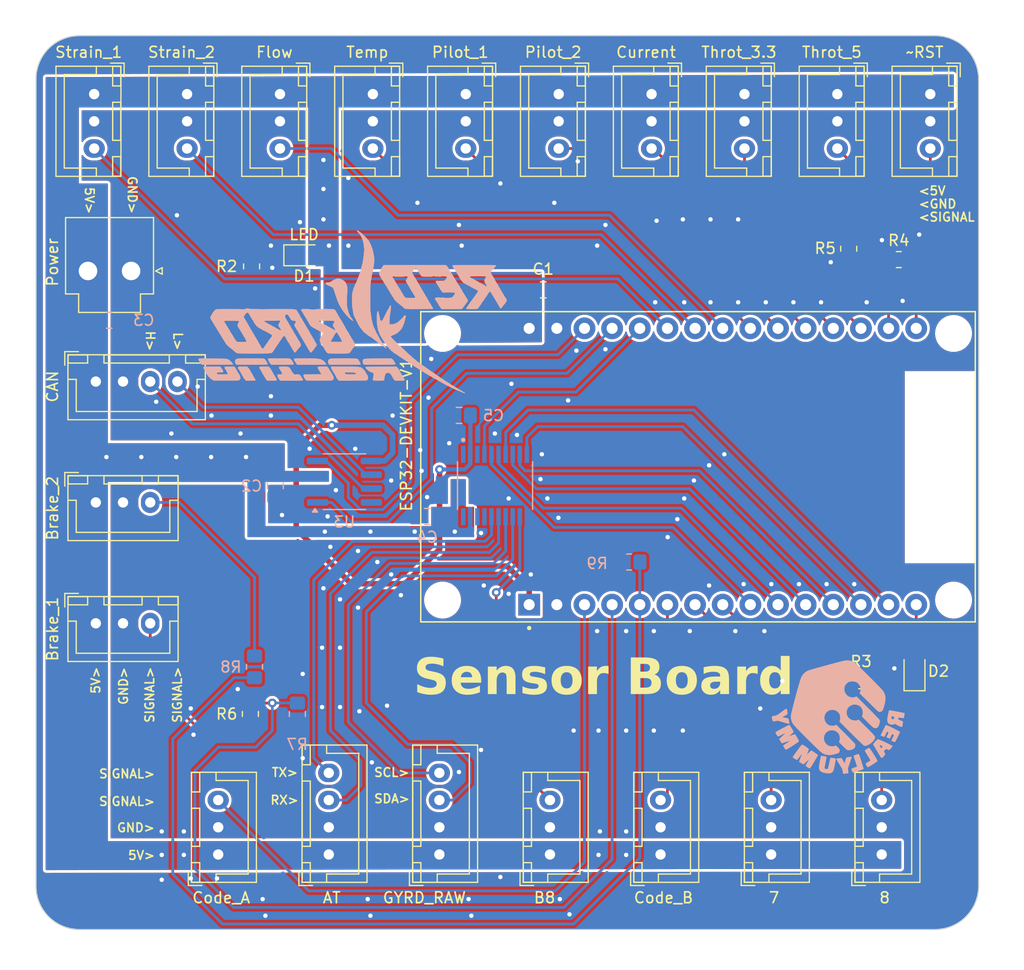
<source format=kicad_pcb>
(kicad_pcb (version 20240108) (generator "pcbnew") (generator_version "8.0")
  (layers (0 "F.Cu" signal) (31 "B.Cu" signal) (34 "B.Paste" user) (35 "F.Paste" user) (36 "B.SilkS" user "B.Silkscreen") (37 "F.SilkS" user "F.Silkscreen") (38 "B.Mask" user) (39 "F.Mask" user) (44 "Edge.Cuts" user))
  (net 0 "")
  (net 1 "GYRO_SDA")
  (net 2 "GYRO_SCL")
  (net 3 "Flow")
  (net 4 "Temp")
  (net 5 "Throttle_5")
  (net 6 "Brake-1")
  (net 7 "Brake-2")
  (net 8 "Throttle_5_S")
  (net 9 "Brake-1-S")
  (net 10 "Net-(D1-K)")
  (net 11 "Net-(D2-K)")
  (net 12 "Strain_2")
  (net 13 "Strain_1")
  (net 14 "Pitot_1")
  (net 15 "GND")
  (net 16 "SCK")
  (net 17 "CANH")
  (net 19 "A8")
  (net 20 "+3.3V")
  (net 21 "OE")
  (net 22 "B8")
  (net 23 "Code A")
  (net 24 "Code B")
  (net 25 "Pitot_2")
  (net 26 "AT_TX")
  (net 27 "AT_RX")
  (net 28 "Throttle_3.3")
  (net 29 "+5V")
  (net 30 "Brake-2-S")
  (net 31 "CANL")
  (net 32 "Status")
  (net 33 "Current")
  (net 34 "~RST")
  (net 35 "TX")
  (net 36 "RX")
  (net 37 "GYRO_SCL_RAW")
  (net 38 "GYRO_SDA_RAW")
  (net 39 "7")
  (net 40 "8")
  (net 41 "CAN_RX")
  (net 42 "CAN_TX")
  (footprint "Connector_JST:JST_XH_B3B-XH-A_1x03_P2.50mm_Vertical" (layer "F.Cu") (at 143.747 133.818 90)
    (property "Reference" "7")
    (property "Value" "Conn_01x03_Pin")
  )
  (footprint "Connector_JST:JST_XH_B3B-XH-A_1x03_P2.50mm_Vertical" (layer "F.Cu") (at 133.587 133.818 90)
    (property "Reference" "Code_B")
    (property "Value" "Conn_01x03_Pin")
  )
  (footprint "Capacitor_SMD:C_0805_2012Metric_Pad1.18x1.45mm_HandSolder" (layer "F.Cu") (at 122.809 81.915)
    (property "Reference" "C1")
    (property "Value" "10uF")
  )
  (footprint "Connector_JST:JST_XH_B3B-XH-A_1x03_P2.50mm_Vertical" (layer "F.Cu") (at 158.369 63.921 -90)
    (property "Reference" "~RST")
    (property "Value" "Conn_01x03_Pin")
  )
  (footprint "Connector_JST:JST_XH_B4B-XH-A_1x04_P2.50mm_Vertical" (layer "F.Cu") (at 81.701 90.3435)
    (property "Reference" "CAN")
    (property "Value" "Conn_01x04_Pin")
  )
  (footprint "Resistor_SMD:R_0805_2012Metric_Pad1.20x1.40mm_HandSolder" (layer "F.Cu") (at 95.902 120.902 90)
    (property "Reference" "R6")
    (property "Value" "R_Small_US" (hide yes))
  )
  (footprint "Connector_JST:JST_XH_B3B-XH-A_1x03_P2.50mm_Vertical" (layer "F.Cu") (at 107.156999 63.921 -90)
    (property "Reference" "Temp")
    (property "Value" "Conn_01x03_Pin")
  )
  (footprint "Connector_JST:JST_XH_B3B-XH-A_1x03_P2.50mm_Vertical" (layer "F.Cu") (at 149.833664 63.921 -90)
    (property "Reference" "Throt_5")
    (property "Value" "Conn_01x03_Pin")
  )
  (footprint "Connector_JST:JST_XH_B3B-XH-A_1x03_P2.50mm_Vertical" (layer "F.Cu") (at 98.621666 63.921 -90)
    (property "Reference" "Flow")
    (property "Value" "Conn_01x03_Pin")
  )
  (footprint "Connector_JST:JST_XH_B3B-XH-A_1x03_P2.50mm_Vertical" (layer "F.Cu") (at 153.907 133.818 90)
    (property "Reference" "8")
    (property "Value" "Conn_01x03_Pin")
  )
  (footprint "Connector_JST:JST_XH_B3B-XH-A_1x03_P2.50mm_Vertical" (layer "F.Cu") (at 124.227665 63.921 -90)
    (property "Reference" "Pilot_2")
    (property "Value" "Conn_01x03_Pin")
  )
  (footprint "Resistor_SMD:R_0805_2012Metric_Pad1.20x1.40mm_HandSolder" (layer "F.Cu") (at 96.012 79.756 90)
    (property "Reference" "R2")
    (property "Value" "1kR" (hide yes))
  )
  (footprint "Connector_JST:JST_XH_B3B-XH-A_1x03_P2.50mm_Vertical" (layer "F.Cu") (at 123.427 133.818 90)
    (property "Reference" "B8")
    (property "Value" "Conn_01x03_Pin")
  )
  (footprint "Connector_JST:JST_XH_B3B-XH-A_1x03_P2.50mm_Vertical" (layer "F.Cu") (at 132.762998 63.921 -90)
    (property "Reference" "Current")
    (property "Value" "Conn_01x03_Pin")
  )
  (footprint "Connector_JST:JST_XH_B3B-XH-A_1x03_P2.50mm_Vertical" (layer "F.Cu") (at 90.086333 63.921 -90)
    (property "Reference" "Strain_2")
    (property "Value" "Conn_01x03_Pin")
  )
  (footprint "Connector_JST:JST_XH_B4B-XH-A_1x04_P2.50mm_Vertical" (layer "F.Cu") (at 113.267 133.818 90)
    (property "Reference" "GYRD_RAW")
    (property "Value" "Conn_01x04_Pin")
  )
  (footprint "LED_SMD:LED_0805_2012Metric_Pad1.15x1.40mm_HandSolder" (layer "F.Cu") (at 156.919 116.905 90)
    (property "Reference" "D2")
    (property "Value" "LED")
  )
  (footprint "Connector_JST:JST_XH_B4B-XH-A_1x04_P2.50mm_Vertical" (layer "F.Cu") (at 103.107 133.818 90)
    (property "Reference" "AT")
    (property "Value" "Conn_01x04_Pin")
  )
  (footprint "ESP32-DEVKIT-V1 (1):MODULE_ESP32_DEVKIT_V1" (layer "F.Cu") (at 137.033 98.1525 90)
    (property "Reference" "U1" (hide yes))
    (property "Value" "ESP32-DEVKIT-V1")
  )
  (footprint "Resistor_SMD:R_0805_2012Metric_Pad1.20x1.40mm_HandSolder" (layer "F.Cu") (at 155.474336 79.131336 180)
    (property "Reference" "R4")
    (property "Value" "R_Small_US")
  )
  (footprint "LED_SMD:LED_0805_2012Metric_Pad1.15x1.40mm_HandSolder" (layer "F.Cu") (at 100.838 78.74)
    (property "Reference" "D1")
    (property "Value" "LED")
  )
  (footprint "Connector_JST:JST_XH_B3B-XH-A_1x03_P2.50mm_Vertical" (layer "F.Cu") (at 81.701 112.5685)
    (property "Reference" "Brake_1")
    (property "Value" "Conn_01x03_Pin")
  )
  (footprint "Connector_JST:JST_XH_B3B-XH-A_1x03_P2.50mm_Vertical" (layer "F.Cu") (at 141.298331 63.921 -90)
    (property "Reference" "Throt_3.3")
    (property "Value" "Conn_01x03_Pin")
  )
  (footprint "Connector_JST:JST_XH_B3B-XH-A_1x03_P2.50mm_Vertical" (layer "F.Cu") (at 81.551 63.921 -90)
    (property "Reference" "Strain_1")
    (property "Value" "Conn_01x03_Pin")
  )
  (footprint "Connector_JST:JST_XH_B3B-XH-A_1x03_P2.50mm_Vertical" (layer "F.Cu") (at 115.692332 63.921 -90)
    (property "Reference" "Pilot_1")
    (property "Value" "Conn_01x03_Pin")
  )
  (footprint "Resistor_SMD:R_0805_2012Metric_Pad1.20x1.40mm_HandSolder" (layer "F.Cu") (at 150.876 78.133336 90)
    (property "Reference" "R5")
    (property "Value" "R_Small_US")
  )
  (footprint "Connector_JST:JST_XH_B3B-XH-A_1x03_P2.50mm_Vertical" (layer "F.Cu") (at 92.947 133.818 90)
    (property "Reference" "Code_A")
    (property "Value" "Conn_01x03_Pin")
  )
  (footprint "Resistor_SMD:R_0805_2012Metric_Pad1.20x1.40mm_HandSolder" (layer "F.Cu") (at 152.031 117.856)
    (property "Reference" "R3")
    (property "Value" "1kR")
  )
  (footprint "Connector_JST:JST_XH_B3B-XH-A_1x03_P2.50mm_Vertical" (layer "F.Cu") (at 81.701 101.456)
    (property "Reference" "Brake_2")
    (property "Value" "Conn_01x03_Pin")
  )
  (footprint "Connector_JST:JST_VH_B2P-VH_1x02_P3.96mm_Vertical" (layer "F.Cu") (at 84.9425 80.179 180)
    (property "Reference" "Power")
    (property "Value" "Conn_01x02_Male")
  )
  (footprint "Capacitor_SMD:C_0805_2012Metric_Pad1.18x1.45mm_HandSolder" (layer "B.Cu") (at 98.188 99.931 -90)
    (property "Reference" "C2")
    (property "Value" "0.1uF")
  )
  (footprint "Resistor_SMD:R_0805_2012Metric_Pad1.20x1.40mm_HandSolder" (layer "B.Cu") (at 96.283 116.568 -90)
    (property "Reference" "R8")
    (property "Value" "R_Small_US")
  )
  (footprint "Capacitor_SMD:C_0805_2012Metric_Pad1.18x1.45mm_HandSolder" (layer "B.Cu") (at 115.079 93.454)
    (property "Reference" "C5")
    (property "Value" "0.1uF")
  )
  (footprint "Package_SO:SOIC-8_3.9x4.9mm_P1.27mm" (layer "B.Cu") (at 104.538 99.55)
    (property "Reference" "U3")
    (property "Value" "TJA1051T-3")
  )
  (footprint "Logos:RBR Logo" (layer "B.Cu") (at 105.026452 83.848229 180)
    (property "Reference" "G***" (hide yes))
    (property "Value" "LOGO" (hide yes))
  )
  (footprint "logo:logo" (layer "B.Cu") (at 149.987 121.285 180)
    (property "Reference" "G***" (hide yes))
    (property "Value" "LOGO" (hide yes))
  )
  (footprint "Resistor_SMD:R_0805_2012Metric_Pad1.20x1.40mm_HandSolder" (layer "B.Cu") (at 100.22 120.902 -90)
    (property "Reference" "R7")
    (property "Value" "R_Small_US" (hide yes))
  )
  (footprint "Resistor_SMD:R_0805_2012Metric_Pad1.20x1.40mm_HandSolder" (layer "B.Cu") (at 130.699 106.934 180)
    (property "Reference" "R9")
    (property "Value" "R_Small_US")
  )
  (footprint "Capacitor_SMD:C_0805_2012Metric_Pad1.18x1.45mm_HandSolder" (layer "B.Cu") (at 112.141 102.743)
    (property "Reference" "C4")
    (property "Value" "0.1uF")
  )
  (footprint "Capacitor_SMD:C_0805_2012Metric_Pad1.18x1.45mm_HandSolder" (layer "B.Cu") (at 82.931 84.709)
    (property "Reference" "C3")
    (property "Value" "0.1uF")
  )
  (footprint "TXS0108EPW:SOP65P640X120-20N" (layer "B.Cu") (at 118.381 99.9045 -90)
    (property "Reference" "U2" (hide yes))
    (property "Value" "TXS0108EPW")
  )
  (gr_arc (start 158.814 58.547) (mid 161.642427 59.718573) (end 162.814 62.547) (stroke (width 0.1)) (layer "Edge.Cuts"))
  (gr_line (start 80.2 140.716) (end 158.814 140.716) (stroke (width 0.1)) (layer "Edge.Cuts"))
  (gr_line (start 162.814 62.547) (end 162.814 136.716) (stroke (width 0.1)) (layer "Edge.Cuts"))
  (gr_line (start 80.2 58.547) (end 158.814 58.547) (stroke (width 0.1)) (layer "Edge.Cuts"))
  (gr_line (start 76.2 136.716) (end 76.2 62.547) (stroke (width 0.1)) (layer "Edge.Cuts"))
  (gr_arc (start 162.814 136.716) (mid 161.642427 139.544427) (end 158.814 140.716) (stroke (width 0.1)) (layer "Edge.Cuts"))
  (gr_arc (start 76.2 62.547) (mid 77.371573 59.718573) (end 80.2 58.547) (stroke (width 0.1)) (layer "Edge.Cuts"))
  (gr_arc (start 80.2 140.716) (mid 77.371573 139.544427) (end 76.2 136.716) (stroke (width 0.1)) (layer "Edge.Cuts"))
  (gr_text "<SIGNAL\n" (at 157.226 75.692 0) (layer "F.SilkS") (effects (font (size 0.8001 0.8001) (thickness 0.15) (bold yes)) (justify left bottom)))
  (gr_text "RX>" (at 97.663 129.286 0) (layer "F.SilkS") (effects (font (size 0.8001 0.8001)) (justify left bottom)))
  (gr_text "5V>" (at 82.169 119.126 90) (layer "F.SilkS") (effects (font (size 0.8001 0.8001)) (justify left bottom)))
  (gr_text "SIGNAL>" (at 89.662 121.793 90) (layer "F.SilkS") (effects (font (size 0.8001 0.8001)) (justify left bottom)))
  (gr_text "GND>" (at 84.582 71.374 270) (layer "F.SilkS") (effects (font (size 0.8001 0.8001)) (justify left bottom)))
  (gr_text "5V>" (at 84.582 134.366 0) (layer "F.SilkS") (effects (font (size 0.8001 0.8001)) (justify left bottom)))
  (gr_text "SIGNAL>" (at 81.915 126.873 0) (layer "F.SilkS") (effects (font (size 0.8001 0.8001)) (justify left bottom)))
  (gr_text "SDA>" (at 107.188 129.159 0) (layer "F.SilkS") (effects (font (size 0.8001 0.8001)) (justify left bottom)))
  (gr_text "SCL>" (at 107.188 126.746 0) (layer "F.SilkS") (effects (font (size 0.8001 0.8001)) (justify left bottom)))
  (gr_text "<GND\n" (at 157.226 74.4855 0) (layer "F.SilkS") (effects (font (size 0.8001 0.8001) (thickness 0.15) (bold yes)) (justify left bottom)))
  (gr_text "SIGNAL>" (at 81.915 129.413 0) (layer "F.SilkS") (effects (font (size 0.8001 0.8001)) (justify left bottom)))
  (gr_text "5V>" (at 80.645 72.39 270) (layer "F.SilkS") (effects (font (size 0.8001 0.8001)) (justify left bottom)))
  (gr_text "Sensor Board" (at 110.871 119.634 0) (layer "F.SilkS") (effects (font (size 3.302 3.302) (thickness 0.5588) (bold yes)) (justify left bottom)))
  (gr_text "H>" (at 86.233 85.598 270) (layer "F.SilkS") (effects (font (size 0.8001 0.8001)) (justify left bottom)))
  (gr_text "SIGNAL>" (at 87.122 121.793 90) (layer "F.SilkS") (effects (font (size 0.8001 0.8001)) (justify left bottom)))
  (gr_text "<5V" (at 157.226 73.279 0) (layer "F.SilkS") (effects (font (size 0.8001 0.8001) (thickness 0.15) (bold yes)) (justify left bottom)))
  (gr_text "GND>" (at 84.709 120.142 90) (layer "F.SilkS") (effects (font (size 0.8001 0.8001)) (justify left bottom)))
  (gr_text "L>" (at 88.773 85.725 270) (layer "F.SilkS") (effects (font (size 0.8001 0.8001)) (justify left bottom)))
  (gr_text "GND>" (at 83.566 131.826 0) (layer "F.SilkS") (effects (font (size 0.8001 0.8001)) (justify left bottom)))
  (gr_text "TX>" (at 97.79 126.746 0) (layer "F.SilkS") (effects (font (size 0.8001 0.8001)) (justify left bottom)))
  (segment (start 136.2685 100.203) (end 146.918 110.8525) (width 0.254) (layer "B.Cu") (net 1))
  (segment (start 120.006 97.0345) (end 120.006 98.035001) (width 0.254) (layer "B.Cu") (net 1))
  (segment (start 120.006 98.035001) (end 122.173999 100.203) (width 0.254) (layer "B.Cu") (net 1))
  (segment (start 122.173999 100.203) (end 136.2685 100.203) (width 0.254) (layer "B.Cu") (net 1))
  (segment (start 136.6495 92.964) (end 154.538 110.8525) (width 0.254) (layer "B.Cu") (net 2))
  (segment (start 121.412 92.964) (end 136.6495 92.964) (width 0.254) (layer "B.Cu") (net 2))
  (segment (start 119.356 95.02) (end 121.412 92.964) (width 0.254) (layer "B.Cu") (net 2))
  (segment (start 119.356 97.0345) (end 119.356 95.02) (width 0.254) (layer "B.Cu") (net 2))
  (segment (start 98.621666 68.921) (end 103.338 68.921) (width 0.254) (layer "B.Cu") (net 3))
  (segment (start 109.474 75.057) (end 128.9025 75.057) (width 0.254) (layer "B.Cu") (net 3))
  (segment (start 128.9025 75.057) (end 139.298 85.4525) (width 0.254) (layer "B.Cu") (net 3))
  (segment (start 103.338 68.921) (end 109.474 75.057) (width 0.254) (layer "B.Cu") (net 3))
  (segment (start 129.4105 73.025) (end 111.260999 73.025) (width 0.254) (layer "F.Cu") (net 4))
  (segment (start 111.260999 73.025) (end 107.156999 68.921) (width 0.254) (layer "F.Cu") (net 4))
  (segment (start 141.838 85.4525) (end 129.4105 73.025) (width 0.254) (layer "F.Cu") (net 4))
  (segment (start 156.464 79.121) (end 156.474336 79.131336) (width 0.254) (layer "F.Cu") (net 5))
  (segment (start 156.474336 79.131336) (end 156.474336 75.561672) (width 0.254) (layer "F.Cu") (net 5))
  (segment (start 156.474336 75.561672) (end 149.833664 68.921) (width 0.254) (layer "F.Cu") (net 5))
  (segment (start 86.701 117.816) (end 86.701 112.5685) (width 0.254) (layer "F.Cu") (net 6))
  (segment (start 90.787 121.902) (end 95.902 121.902) (width 0.254) (layer "F.Cu") (net 6))
  (segment (start 86.701 117.816) (end 90.787 121.902) (width 0.254) (layer "F.Cu") (net 6))
  (segment (start 89.391 101.456) (end 86.701 101.456) (width 0.254) (layer "B.Cu") (net 7))
  (segment (start 89.391 101.456) (end 96.283 108.348) (width 0.254) (layer "B.Cu") (net 7))
  (segment (start 96.283 108.348) (end 96.283 115.568) (width 0.254) (layer "B.Cu") (net 7))
  (segment (start 154.538 85.4525) (end 154.538 79.195) (width 0.254) (layer "F.Cu") (net 8))
  (segment (start 150.876 79.133336) (end 154.472336 79.133336) (width 0.254) (layer "F.Cu") (net 8))
  (segment (start 154.538 79.195) (end 154.474336 79.131336) (width 0.254) (layer "F.Cu") (net 8))
  (segment (start 154.472336 79.133336) (end 154.474336 79.131336) (width 0.254) (layer "F.Cu") (net 8))
  (segment (start 95.902 119.902) (end 97.903 119.902) (width 0.254) (layer "F.Cu") (net 9))
  (segment (start 97.903 119.902) (end 97.917 119.888) (width 0.254) (layer "F.Cu") (net 9))
  (via (at 97.917 119.888) (size 0.8) (drill 0.4) (layers "F.Cu" "B.Cu") (net 9))
  (segment (start 129.138 134.26) (end 129.138 110.8525) (width 0.254) (layer "B.Cu") (net 9))
  (segment (start 90.805 126.111) (end 92.964 123.952) (width 0.254) (layer "B.Cu") (net 9))
  (segment (start 124.714 138.684) (end 129.138 134.26) (width 0.254) (layer "B.Cu") (net 9))
  (segment (start 97.917 119.888) (end 100.206 119.888) (width 0.254) (layer "B.Cu") (net 9))
  (segment (start 94.361 138.684) (end 90.805 135.128) (width 0.254) (layer "B.Cu") (net 9))
  (segment (start 90.805 135.128) (end 90.805 126.111) (width 0.254) (layer "B.Cu") (net 9))
  (segment (start 100.206 119.888) (end 100.22 119.902) (width 0.254) (layer "B.Cu") (net 9))
  (segment (start 97.917 122.428) (end 97.917 119.888) (width 0.254) (layer "B.Cu") (net 9))
  (segment (start 96.393 123.952) (end 97.917 122.428) (width 0.254) (layer "B.Cu") (net 9))
  (segment (start 124.714 138.684) (end 94.361 138.684) (width 0.254) (layer "B.Cu") (net 9))
  (segment (start 92.964 123.952) (end 96.393 123.952) (width 0.254) (layer "B.Cu") (net 9))
  (segment (start 96.012 78.756) (end 99.797 78.756) (width 0.254) (layer "F.Cu") (net 10))
  (segment (start 99.797 78.756) (end 99.813 78.74) (width 0.254) (layer "F.Cu") (net 10))
  (segment (start 156.845 117.856) (end 156.919 117.93) (width 0.254) (layer "F.Cu") (net 11))
  (segment (start 153.031 117.856) (end 156.845 117.856) (width 0.254) (layer "F.Cu") (net 11))
  (segment (start 90.086333 68.921) (end 98.000333 76.835) (width 0.254) (layer "B.Cu") (net 12))
  (segment (start 98.000333 76.835) (end 128.1405 76.835) (width 0.254) (layer "B.Cu") (net 12))
  (segment (start 128.1405 76.835) (end 136.758 85.4525) (width 0.254) (layer "B.Cu") (net 12))
  (segment (start 81.551 68.921) (end 93.529 80.899) (width 0.254) (layer "B.Cu") (net 13))
  (segment (start 93.529 80.899) (end 129.6645 80.899) (width 0.254) (layer "B.Cu") (net 13))
  (segment (start 129.6645 80.899) (end 134.218 85.4525) (width 0.254) (layer "B.Cu") (net 13))
  (segment (start 118.018332 71.247) (end 115.692332 68.921) (width 0.254) (layer "F.Cu") (net 14))
  (segment (start 144.378 85.4525) (end 130.1725 71.247) (width 0.254) (layer "F.Cu") (net 14))
  (segment (start 130.1725 71.247) (end 118.018332 71.247) (width 0.254) (layer "F.Cu") (net 14))
  (via (at 106.934 139.446) (size 0.8) (drill 0.4) (layers "F.Cu" "B.Cu") (net 15))
  (via (at 117.348 109.093) (size 0.8) (drill 0.4) (layers "F.Cu" "B.Cu") (net 15))
  (via (at 91.059 90.805) (size 0.8) (drill 0.4) (layers "F.Cu" "B.Cu") (net 15))
  (via (at 111.506 96.647) (size 0.8) (drill 0.4) (layers "F.Cu" "B.Cu") (net 15))
  (via (at 125.095 92.075) (size 0.8) (drill 0.4) (layers "F.Cu" "B.Cu") (net 15))
  (via (at 140.462 113.284) (size 0.8) (drill 0.4) (layers "F.Cu" "B.Cu") (net 15))
  (via (at 133.223 75.565) (size 0.8) (drill 0.4) (layers "F.Cu" "B.Cu") (net 15))
  (via (at 104.14 114.808) (size 0.8) (drill 0.4) (layers "F.Cu" "B.Cu") (net 15))
  (via (at 102.489 120.269) (size 0.8) (drill 0.4) (layers "F.Cu" "B.Cu") (net 15))
  (via (at 125.603 122.428) (size 0.8) (drill 0.4) (layers "F.Cu" "B.Cu") (net 15))
  (via (at 119.634 101.092) (size 0.8) (drill 0.4) (layers "F.Cu" "B.Cu") (net 15))
  (via (at 111.633 98.552) (size 0.8) (drill 0.4) (layers "F.Cu" "B.Cu") (net 15))
  (via (at 106.68 137.922) (size 0.8) (drill 0.4) (layers "F.Cu" "B.Cu") (net 15))
  (via (at 125.222 139.319) (size 0.8) (drill 0.4) (layers "F.Cu" "B.Cu") (net 15))
  (via (at 155.829 82.931) (size 0.8) (drill 0.4) (layers "F.Cu" "B.Cu") (net 15))
  (via (at 130.429 122.428) (size 0.8) (drill 0.4) (layers "F.Cu" "B.Cu") (net 15))
  (via (at 92.837 136.017) (size 0.8) (drill 0.4) (layers "F.Cu" "B.Cu") (net 15))
  (via (at 108.458 120.142) (size 0.8) (drill 0.4) (layers "F.Cu" "B.Cu") (net 15))
  (via (at 123.825 73.914) (size 0.8) (drill 0.4) (layers "F.Cu" "B.Cu") (net 15))
  (via (at 125.857 87.503) (size 0.8) (drill 0.4) (layers "F.Cu" "B.Cu") (net 15))
  (via (at 97.79 91.694) (size 0.8) (drill 0.4) (layers "F.Cu" "B.Cu") (net 15))
  (via (at 90.424 136.017) (size 0.8) (drill 0.4) (layers "F.Cu" "B.Cu") (net 15))
  (via (at 130.429 131.699) (size 0.8) (drill 0.4) (layers "F.Cu" "B.Cu") (net 15))
  (via (at 143.129 113.284) (size 0.8) (drill 0.4) (layers "F.Cu" "B.Cu") (net 15))
  (via (at 127.762 77.851) (size 0.8) (drill 0.4) (layers "F.Cu" "B.Cu") (net 15))
  (via (at 143.256 83.058) (size 0.8) (drill 0.4) (layers "F.Cu" "B.Cu") (net 15))
  (via (at 139.446 97.028) (size 0.8) (drill 0.4) (layers "F.Cu" "B.Cu") (net 15))
  (via (at 119.634 109.855) (size 0.8) (drill 0.4) (layers "F.Cu" "B.Cu") (net 15))
  (via (at 155.067 116.713) (size 0.8) (drill 0.4) (layers "F.Cu" "B.Cu") (net 15))
  (via (at 108.966 93.472) (size 0.8) (drill 0.4) (layers "F.Cu" "B.Cu") (net 15))
  (via (at 97.917 79.883) (size 0.8) (drill 0.4) (layers "F.Cu" "B.Cu") (net 15))
  (via (at 118.872 135.89) (size 0.8) (drill 0.4) (layers "F.Cu" "B.Cu") (net 15))
  (via (at 97.79 93.472) (size 0.8) (drill 0.4) (layers "F.Cu" "B.Cu") (net 15))
  (via (at 144.78 117.856) (size 0.8) (drill 0.4) (layers "F.Cu" "B.Cu") (net 15))
  (via (at 133.096 83.058) (size 0.8) (drill 0.4) (layers "F.Cu" "B.Cu") (net 15))
  (via (at 152.527 83.058) (size 0.8) (drill 0.4) (layers "F.Cu" "B.Cu") (net 15))
  (via (at 140.716 83.058) (size 0.8) (drill 0.4) (layers "F.Cu" "B.Cu") (net 15))
  (via (at 107.061 125.349) (size 0.8) (drill 0.4) (layers "F.Cu" "B.Cu") (net 15))
  (via (at 102.997 102.743) (size 0.8) (drill 0.4) (layers "F.Cu" "B.Cu") (net 15))
  (via (at 123.19 101.092) (size 0.8) (drill 0.4) (layers "F.Cu" "B.Cu") (net 15))
  (via (at 90.678 122.809) (size 0.8) (drill 0.4) (layers "F.Cu" "B.Cu") (net 15))
  (via (at 107.569 106.934) (size 0.8) (drill 0.4) (layers "F.Cu" "B.Cu") (net 15))
  (via (at 135.128 102.997) (size 0.8) (drill 0.4) (layers "F.Cu" "B.Cu") (net 15))
  (via (at 146.304 108.966) (size 0.8) (drill 0.4) (layers "F.Cu" "B.Cu") (net 15))
  (via (at 114.173 96.012) (size 0.8) (drill 0.4) (layers "F.Cu" "B.Cu") (net 15))
  (via (at 121.666 108.077) (size 0.8) (drill 0.4) (layers "F.Cu" "B.Cu") (net 15))
  (via (at 135.636 75.438) (size 0.8) (drill 0.4) (layers "F.Cu" "B.Cu") (net 15))
  (via (at 141.224 108.966) (size 0.8) (drill 0.4) (layers "F.Cu" "B.Cu") (net 15))
  (via (at 90.424 120.396) (size 0.8) (drill 0.4) (layers "F.Cu" "B.Cu") (net 15))
  (via (at 100.711 124.968) (size 0.8) (drill 0.4) (layers "F.Cu" "B.Cu") (net 15))
  (via (at 142.748 120.396) (size 0.8) (drill 0.4) (layers "F.Cu" "B.Cu") (net 15))
  (via (at 109.728 109.982) (size 0.8) (drill 0.4) (layers "F.Cu" "B.Cu") (net 15))
  (via (at 127.762 113.284) (size 0.8) (drill 0.4) (layers "F.Cu" "B.Cu") (net 15))
  (via (at 103.759 100.33) (size 0.8) (drill 0.4) (layers "F.Cu" "B.Cu") (net 15))
  (via (at 88.646 95.123) (size 0.8) (drill 0.4) (layers "F.Cu" "B.Cu") (net 15))
  (via (at 104.902 71.628) (size 0.8) (drill 0.4) (layers "F.Cu" "B.Cu") (net 15))
  (via (at 157.353 76.835) (size 0.8) (drill 0.4) (layers "F.Cu" "B.Cu") (net 15))
  (via (at 104.14 110.363) (size 0.8) (drill 0.4) (layers "F.Cu" "B.Cu") (net 15))
  (via (at 135.763 101.092) (size 0.8) (drill 0.4) (layers "F.Cu" "B.Cu") (net 15))
  (via (at 101.346 96.52) (size 0.8) (drill 0.4) (layers "F.Cu" "B.Cu") (net 15))
  (via (at 124.333 137.922) (size 0.8) (drill 0.4) (layers "F.Cu" "B.Cu") (net 15))
  (via (at 115.062 126.238) (size 0.8) (drill 0.4) (layers "F.Cu" "B.Cu") (net 15))
  (via (at 112.522 88.265) (size 0.8) (drill 0.4) (layers "F.Cu" "B.Cu") (net 15))
  (via (at 134.239 104.648) (size 0.8) (drill 0.4) (layers "F.Cu" "B.Cu") (net 15))
  (via (at 87.757 131.699) (size 0.8) (drill 0.4) (layers "F.Cu" "B.Cu") (net 15))
  (via (at 145.796 83.058) (size 0.8) (drill 0.4) (layers "F.Cu" "B.Cu") (net 15))
  (via (at 132.969 113.284) (size 0.8) (drill 0.4) (layers "F.Cu" "B.Cu") (net 15))
  (via (at 153.924 77.343) (size 0.8) (drill 0.4) (layers "F.Cu" "B.Cu") (net 15))
  (via (at 116.205 139.446) (size 0.8) (drill 0.4) (layers "F.Cu" "B.Cu") (net 15))
  (via (at 138.176 83.058) (size 0.8) (drill 0.4) (layers "F.Cu" "B.Cu") (net 15))
  (via (at 101.854 81.788) (size 0.8) (drill 0.4) (layers "F.Cu" "B.Cu") (net 15))
  (via (at 122.555 99.314) (size 0.8) (drill 0.4) (layers "F.Cu" "B.Cu") (net 15))
  (via (at 97.79 77.851) (size 0.8) (drill 0.4) (layers "F.Cu" "B.Cu") (net 15))
  (via (at 135.763 83.058) (size 0.8) (drill 0.4) (layers "F.Cu" "B.Cu") (net 15))
  (via (at 97.282 139.446) (size 0.8) (drill 0.4) (layers "F.Cu" "B.Cu") (net 15))
  (via (at 102.489 114.808) (size 0.8) (drill 0.4) (layers "F.Cu" "B.Cu") (net 15))
  (via (at 94.996 95.123) (size 0.8) (drill 0.4) (layers "F.Cu" "B.Cu") (net 15))
  (via (at 130.429 113.284) (size 0.8) (drill 0.4) (layers "F.Cu" "B.Cu") (net 15))
  (via (at 104.902 77.851) (size 0.8) (drill 0.4) (layers "F.Cu" "B.Cu") (net 15))
  (via (at 87.249 92.202) (size 0.8) (drill 0.4) (layers "F.Cu" "B.Cu") (net 15))
  (via (at 102.616 109.347) (size 0.8) (drill 0.4) (layers "F.Cu" "B.Cu") (net 15))
  (via (at 128.524 87.376) (size 0.8) (drill 0.4) (layers "F.Cu" "B.Cu") (net 15))
  (via (at 132.969 122.428) (size 0.8) (drill 0.4) (layers "F.Cu" "B.Cu") (net 15))
  (via (at 112.141 100.965) (size 0.8) (drill 0.4) (layers "F.Cu" "B.Cu") (net 15))
  (via (at 125.984 70.104) (size 0.8) (drill 0.4) (layers "F.Cu" "B.Cu") (net 15))
  (via (at 105.537 96.52) (size 0.8) (drill 0.4) (layers "F.Cu" "B.Cu") (net 15))
  (via (at 138.049 109.093) (size 0.8) (drill 0.4) (layers "F.Cu" "B.Cu") (net 15))
  (via (at 111.252 73.914) (size 0.8) (drill 0.4) (layers "F.Cu" "B.Cu") (net 15))
  (via (at 136.652 99.441) (size 0.8) (drill 0.4) (layers "F.Cu" "B.Cu") (net 15))
  (via (at 148.844 108.966) (size 0.8) (drill 0.4) (layers "F.Cu" "B.Cu") (net 15))
  (via (at 89.154 75.057) (size 0.8) (drill 0.4) (layers "F.Cu" "B.Cu") (net 15))
  (via (at 108.839 99.441) (size 0.8) (drill 0.4) (layers "F.Cu" "B.Cu") (net 15))
  (via (at 118.364 95.123) (size 0.8) (drill 0.4) (layers "F.Cu" "B.Cu") (net 15))
  (via (at 97.028 137.922) (size 0.8) (drill 0.4) (layers "F.Cu" "B.Cu") (net 15))
  (via (at 115.951 137.922) (size 0.8) (drill 0.4) (layers "F.Cu" "B.Cu") (net 15))
  (via (at 151.384 108.966) (size 0.8) (drill 0.4) (layers "F.Cu" "B.Cu") (net 15))
  (via (at 103.251 105.537) (size 0.8) (drill 0.4) (layers "F.Cu" "B.Cu") (net 15))
  (via (at 89.789 131.699) (size 0.8) (drill 0.4) (layers "F.Cu" "B.Cu") (net 15))
  (via (at 118.872 72.136) (size 0.8) (drill 0.4) (layers "F.Cu" "B.Cu") (net 15))
  (via (at 104.14 120.269) (size 0.8) (drill 0.4) (layers "F.Cu" "B.Cu") (net 15))
  (via (at 138.176 75.438) (size 0.8) (drill 0.4) (layers "F.Cu" "B.Cu") (net 15))
  (via (at 92.329 93.472) (size 0.8) (drill 0.4) (layers "F.Cu" "B.Cu") (net 15))
  (via (at 105.791 105.918) (size 0.8) (drill 0.4) (layers "F.Cu" "B.Cu") (net 15))
  (via (at 94.742 118.618) (size 0.8) (drill 0.4) (layers "F.Cu" "B.Cu") (net 15))
  (via (at 128.016 131.699) (size 0.8) (drill 0.4) (layers "F.Cu" "B.Cu") (net 15))
  (via (at 124.206 102.87) (size 0.8) (drill 0.4) (layers "F.Cu" "B.Cu") (net 15))
  (via (at 143.764 108.966) (size 0.8) (drill 0.4) (layers "F.Cu" "B.Cu") (net 15))
  (via (at 100.711 117.221) (size 0.8) (drill 0.4) (layers "F.Cu" "B.Cu") (net 15))
  (via (at 117.094 104.267) (size 0.8) (drill 0.4) (layers "F.Cu" "B.Cu") (net 15))
  (via (at 128.524 75.946) (size 0.8) (drill 0.4) (layers "F.Cu" "B.Cu") (net 15))
  (via (at 115.062 75.946) (size 0.8) (drill 0.4) (layers "F.Cu" "B.Cu") (net 15))
  (via (at 149.225 79.375) (size 0.8) (drill 0.4) (layers "F.Cu" "B.Cu") (net 15))
  (via (at 140.716 75.438) (size 0.8) (drill 0.4) (layers "F.Cu" "B.Cu") (net 15))
  (via (at 148.336 83.058) (size 0.8) (drill 0.4) (layers "F.Cu" "B.Cu") (net 15))
  (via (at 127.889 122.428) (size 0.8) (drill 0.4) (layers "F.Cu" "B.Cu") (net 15))
  (via (at 117.094 124.206) (size 0.8) (drill 0.4) (layers "F.Cu" "B.Cu") (net 15))
  (via (at 120.396 95.25) (size 0.8) (drill 0.4) (layers "F.Cu" "B.Cu") (net 15))
  (via (at 98.806 102.616) (size 0.8) (drill 0.4) (layers "F.Cu" "B.Cu") (net 15))
  (via (at 112.268 91.821) (size 0.8) (drill 0.4) (layers "F.Cu" "B.Cu") (net 15))
  (via (at 108.839 108.077) (size 0.8) (drill 0.4) (layers "F.Cu" "B.Cu") (net 15))
  (via (at 135.636 122.428) (size 0.8) (drill 0.4) (layers "F.Cu" "B.Cu") (net 15))
  (via (at 122.682 97.028) (size 0.8) (drill 0.4) (layers "F.Cu" "B.Cu") (net 15))
  (via (at 105.918 120.65) (size 0.8) (drill 0.4) (layers "F.Cu" "B.Cu") (net 15))
  (via (at 119.888 90.551) (size 0.8) (drill 0.4) (layers "F.Cu" "B.Cu") (net 15))
  (via (at 100.457 75.692) (size 0.8) (drill 0.4) (layers "F.Cu" "B.Cu") (net 15))
  (via (at 138.049 98.044) (size 0.8) (drill 0.4) (layers "F.Cu" "B.Cu") (net 15))
  (via (at 136.271 113.284) (size 0.8) (drill 0.4) (layers "F.Cu" "B.Cu") (net 15))
  (via (at 115.316 77.851) (size 0.8) (drill 0.4) (layers "F.Cu" "B.Cu") (net 15))
  (via (at 105.791 111.125) (size 0.8) (drill 0.4) (layers "F.Cu" "B.Cu") (net 15))
  (via (at 87.757 136.144) (size 0.8) (drill 0.4) (layers "F.Cu" "B.Cu") (net 15))
  (segment (start 117.406 94.43) (end 120.523 91.313) (width 0.254) (layer "B.Cu") (net 16))
  (segment (start 125.8175 91.313) (end 131.678 85.4525) (width 0.254) (layer "B.Cu") (net 16))
  (segment (start 120.523 91.313) (end 125.8175 91.313) (width 0.254) (layer "B.Cu") (net 16))
  (segment (start 117.406 97.0345) (end 117.406 94.43) (width 0.254) (layer "B.Cu") (net 16))
  (segment (start 100.305736 94.234) (end 90.5915 94.234) (width 0.254) (layer "B.Cu") (net 17))
  (segment (start 106.256736 100.185) (end 100.305736 94.234) (width 0.254) (layer "B.Cu") (net 17))
  (segment (start 107.013 100.185) (end 106.256736 100.185) (width 0.254) (layer "B.Cu") (net 17))
  (segment (start 90.5915 94.234) (end 86.701 90.3435) (width 0.254) (layer "B.Cu") (net 17))
  (segment (start 120.656 97.0345) (end 120.656 98.042948) (width 0.254) (layer "B.Cu") (net 19))
  (segment (start 120.656 98.042948) (end 121.165052 98.552) (width 0.254) (layer "B.Cu") (net 19))
  (segment (start 121.165052 98.552) (end 137.1575 98.552) (width 0.254) (layer "B.Cu") (net 19))
  (segment (start 137.1575 98.552) (end 149.458 110.8525) (width 0.254) (layer "B.Cu") (net 19))
  (segment (start 105.151 108.931) (end 110.109 108.931) (width 0.508) (layer "F.Cu") (net 20))
  (segment (start 102.297261 94.361) (end 100.11 96.548261) (width 0.508) (layer "F.Cu") (net 20))
  (segment (start 110.109 108.931) (end 111.735 107.305) (width 0.508) (layer "F.Cu") (net 20))
  (segment (start 111.735 107.305) (end 113.29 105.75) (width 0.508) (layer "F.Cu") (net 20))
  (segment (start 103.378 94.361) (end 102.297261 94.361) (width 0.508) (layer "F.Cu") (net 20))
  (segment (start 100.11 96.548261) (end 100.11 103.89) (width 0.508) (layer "F.Cu") (net 20))
  (segment (start 100.11 103.89) (end 105.151 108.931) (width 0.508) (layer "F.Cu") (net 20))
  (segment (start 121.518 109.3445) (end 119.4785 107.305) (width 0.508) (layer "F.Cu") (net 20))
  (segment (start 121.518 110.8525) (end 121.518 109.3445) (width 0.508) (layer "F.Cu") (net 20))
  (segment (start 113.29 105.75) (end 113.284 105.744) (width 0.508) (layer "F.Cu") (net 20))
  (segment (start 119.4785 107.305) (end 111.735 107.305) (width 0.508) (layer "F.Cu") (net 20))
  (segment (start 113.284 105.744) (end 113.284 98.425) (width 0.508) (layer "F.Cu") (net 20))
  (via (at 113.284 98.425) (size 0.8) (drill 0.4) (layers "F.Cu" "B.Cu") (net 20))
  (via (at 103.378 94.361) (size 0.8) (drill 0.4) (layers "F.Cu" "B.Cu") (net 20))
  (segment (start 116.1165 93.454) (end 116.1165 97.024) (width 0.381) (layer "B.Cu") (net 20))
  (segment (start 107.031 97.663) (end 107.013 97.645) (width 0.254) (layer "B.Cu") (net 20))
  (segment (start 116.106 97.915312) (end 115.596312 98.425) (width 0.381) (layer "B.Cu") (net 20))
  (segment (start 108.225 97.645) (end 107.013 97.645) (width 0.508) (layer "B.Cu") (net 20))
  (segment (start 108.97 95.24) (end 108.97 96.9) (width 0.508) (layer "B.Cu") (net 20))
  (segment (start 116.106 97.0345) (end 116.106 97.915312) (width 0.381) (layer "B.Cu") (net 20))
  (segment (start 108.97 96.9) (end 108.225 97.645) (width 0.508) (layer "B.Cu") (net 20))
  (segment (start 116.1165 97.024) (end 116.106 97.0345) (width 0.381) (layer "B.Cu") (net 20))
  (segment (start 103.378 94.361) (end 108.091 94.361) (width 0.508) (layer "B.Cu") (net 20))
  (segment (start 115.596312 98.425) (end 113.284 98.425) (width 0.381) (layer "B.Cu") (net 20))
  (segment (start 108.091 94.361) (end 108.97 95.24) (width 0.508) (layer "B.Cu") (net 20))
  (segment (start 121.306 95.483) (end 122.301 94.488) (width 0.254) (layer "B.Cu") (net 21))
  (segment (start 135.6335 94.488) (end 151.998 110.8525) (width 0.254) (layer "B.Cu") (net 21))
  (segment (start 121.306 97.0345) (end 121.306 95.483) (width 0.254) (layer "B.Cu") (net 21))
  (segment (start 122.301 94.488) (end 135.6335 94.488) (width 0.254) (layer "B.Cu") (net 21))
  (segment (start 123.397 128.858) (end 123.444 128.858) (width 0.254) (layer "F.Cu") (net 22))
  (segment (start 118.491 109.728) (end 118.491 123.882) (width 0.254) (layer "F.Cu") (net 22))
  (segment (start 118.491 123.882) (end 123.427 128.818) (width 0.254) (layer "F.Cu") (net 22))
  (via (at 118.491 109.728) (size 0.8) (drill 0.4) (layers "F.Cu" "B.Cu") (net 22))
  (segment (start 118.491 109.728) (end 120.656 107.563) (width 0.254) (layer "B.Cu") (net 22))
  (segment (start 120.656 107.563) (end 120.656 102.7745) (width 0.254) (layer "B.Cu") (net 22))
  (segment (start 101.266 137.16) (end 123.952 137.16) (width 0.254) (layer "B.Cu") (net 23))
  (segment (start 123.952 137.16) (end 126.598 134.514) (width 0.254) (layer "B.Cu") (net 23))
  (segment (start 126.598 134.514) (end 126.598 110.8525) (width 0.254) (layer "B.Cu") (net 23))
  (segment (start 92.964 128.858) (end 101.266 137.16) (width 0.254) (layer "B.Cu") (net 23))
  (segment (start 134.218 110.8525) (end 134.218 128.187) (width 0.254) (layer "F.Cu") (net 24))
  (segment (start 134.218 128.187) (end 133.587 128.818) (width 0.254) (layer "F.Cu") (net 24))
  (segment (start 130.3865 68.921) (end 124.227665 68.921) (width 0.254) (layer "F.Cu") (net 25))
  (segment (start 146.918 85.4525) (end 130.3865 68.921) (width 0.254) (layer "F.Cu") (net 25))
  (segment (start 105.283 105.029) (end 101.727 108.585) (width 0.254) (layer "B.Cu") (net 26))
  (segment (start 118.056 104.448) (end 117.475 105.029) (width 0.254) (layer "B.Cu") (net 26))
  (segment (start 118.056 102.7745) (end 118.056 104.448) (width 0.254) (layer "B.Cu") (net 26))
  (segment (start 101.727 108.585) (end 101.727 124.938) (width 0.254) (layer "B.Cu") (net 26))
  (segment (start 117.475 105.029) (end 105.283 105.029) (width 0.254) (layer "B.Cu") (net 26))
  (segment (start 101.727 124.938) (end 103.107 126.318) (width 0.254) (layer "B.Cu") (net 26))
  (segment (start 117.856 106.045) (end 107.061 106.045) (width 0.254) (layer "B.Cu") (net 27))
  (segment (start 103.251 122.428) (end 106.045 125.222) (width 0.254) (layer "B.Cu") (net 27))
  (segment (start 106.045 127.508) (end 104.735 128.818) (width 0.254) (layer "B.Cu") (net 27))
  (segment (start 106.045 125.222) (end 106.045 127.508) (width 0.254) (layer "B.Cu") (net 27))
  (segment (start 107.061 106.045) (end 103.251 109.855) (width 0.254) (layer "B.Cu") (net 27))
  (segment (start 118.706 102.7745) (end 118.706 105.195) (width 0.254) (layer "B.Cu") (net 27))
  (segment (start 103.251 109.855) (end 103.251 122.428) (width 0.254) (layer "B.Cu") (net 27))
  (segment (start 118.706 105.195) (end 117.856 106.045) (width 0.254) (layer "B.Cu") (net 27))
  (segment (start 104.735 128.818) (end 103.107 128.818) (width 0.254) (layer "B.Cu") (net 27))
  (segment (start 141.298331 74.752831) (end 141.298331 68.921) (width 0.254) (layer "F.Cu") (net 28))
  (segment (start 151.998 85.4525) (end 141.298331 74.752831) (width 0.254) (layer "F.Cu") (net 28))
  (via (at 114.681 104.14) (size 0.8) (drill 0.4) (layers "F.Cu" "B.Cu") (net 29))
  (via (at 110.998 104.14) (size 0.8) (drill 0.4) (layers "F.Cu" "B.Cu") (net 29))
  (via (at 102.616 69.977) (size 0.8) (drill 0.4) (layers "F.Cu" "B.Cu") (net 29))
  (via (at 127.889 133.858) (size 0.8) (drill 0.4) (layers "F.Cu" "B.Cu") (net 29))
  (via (at 89.0905 97.282) (size 0.8) (drill 0.4) (layers "F.Cu" "B.Cu") (net 29))
  (via (at 102.616 75.438) (size 0.8) (drill 0.4) (layers "F.Cu" "B.Cu") (net 29))
  (via (at 103.124 77.851) (size 0.8) (drill 0.4) (layers "F.Cu" "B.Cu") (net 29))
  (via (at 85.88375 97.282) (size 0.8) (drill 0.4) (layers "F.Cu" "B.Cu") (net 29))
  (via (at 102.616 72.644) (size 0.8) (drill 0.4) (layers "F.Cu" "B.Cu") (net 29))
  (via (at 106.934 104.14) (size 0.8) (drill 0.4) (layers "F.Cu" "B.Cu") (net 29))
  (via (at 87.757 133.858) (size 0.8) (drill 0.4) (layers "F.Cu" "B.Cu") (net 29))
  (via (at 92.29725 97.282) (size 0.8) (drill 0.4) (layers "F.Cu" "B.Cu") (net 29))
  (via (at 102.743 104.14) (size 0.8) (drill 0.4) (layers "F.Cu" "B.Cu") (net 29))
  (via (at 95.504 97.282) (size 0.8) (drill 0.4) (layers "F.Cu" "B.Cu") (net 29))
  (via (at 130.429 133.858) (size 0.8) (drill 0.4) (layers "F.Cu" "B.Cu") (net 29))
  (via (at 89.789 133.858) (size 0.8) (drill 0.4) (layers "F.Cu" "B.Cu") (net 29))
  (via (at 82.677 97.282) (size 0.8) (drill 0.4) (layers "F.Cu" "B.Cu") (net 29))
  (segment (start 131.678 134.133) (end 131.678 110.8525) (width 0.254) (layer "B.Cu") (net 30))
  (segment (start 131.678 110.8525) (end 131.678 106.955) (width 0.254) (layer "B.Cu") (net 30))
  (segment (start 94.395 117.568) (end 88.773 123.19) (width 0.254) (layer "B.Cu") (net 30))
  (segment (start 93.345 140.208) (end 125.603 140.208) (width 0.254) (layer "B.Cu") (net 30))
  (segment (start 88.773 135.636) (end 93.345 140.208) (width 0.254) (layer "B.Cu") (net 30))
  (segment (start 96.283 117.568) (end 94.395 117.568) (width 0.254) (layer "B.Cu") (net 30))
  (segment (start 125.603 140.208) (end 131.678 134.133) (width 0.254) (layer "B.Cu") (net 30))
  (segment (start 88.773 123.19) (end 88.773 135.636) (width 0.254) (layer "B.Cu") (net 30))
  (segment (start 131.678 106.955) (end 131.699 106.934) (width 0.254) (layer "B.Cu") (net 30))
  (segment (start 106.535 98.915) (end 100.33 92.71) (width 0.254) (layer "B.Cu") (net 31))
  (segment (start 107.013 98.915) (end 106.535 98.915) (width 0.254) (layer "B.Cu") (net 31))
  (segment (start 100.33 92.71) (end 91.5675 92.71) (width 0.254) (layer "B.Cu") (net 31))
  (segment (start 91.5675 92.71) (end 89.201 90.3435) (width 0.254) (layer "B.Cu") (net 31))
  (segment (start 157.078 115.721) (end 156.919 115.88) (width 0.254) (layer "F.Cu") (net 32))
  (segment (start 157.078 110.8525) (end 157.078 115.721) (width 0.254) (layer "F.Cu") (net 32))
  (segment (start 149.458 85.4525) (end 132.9265 68.921) (width 0.254) (layer "F.Cu") (net 33))
  (segment (start 132.9265 68.921) (end 132.762998 68.921) (width 0.254) (layer "F.Cu") (net 33))
  (segment (start 158.369 82.296) (end 157.078 83.587) (width 0.254) (layer "F.Cu") (net 34))
  (segment (start 158.369 68.921) (end 158.369 82.296) (width 0.254) (layer "F.Cu") (net 34))
  (segment (start 157.078 83.587) (end 157.078 85.4525) (width 0.254) (layer "F.Cu") (net 34))
  (segment (start 134.7445 103.759) (end 141.838 110.8525) (width 0.254) (layer "B.Cu") (net 35))
  (segment (start 118.056 97.997052) (end 123.817948 103.759) (width 0.254) (layer "B.Cu") (net 35))
  (segment (start 118.056 97.0345) (end 118.056 97.997052) (width 0.254) (layer "B.Cu") (net 35))
  (segment (start 123.817948 103.759) (end 134.7445 103.759) (width 0.254) (layer "B.Cu") (net 35))
  (segment (start 135.509 101.981) (end 144.378 110.85) (width 0.254) (layer "B.Cu") (net 36))
  (segment (start 122.809 101.981) (end 135.509 101.981) (width 0.254) (layer "B.Cu") (net 36))
  (segment (start 118.706 97.0345) (end 118.706 97.878) (width 0.254) (layer "B.Cu") (net 36))
  (segment (start 118.706 97.878) (end 122.809 101.981) (width 0.254) (layer "B.Cu") (net 36))
  (segment (start 144.378 110.85) (end 144.378 110.8525) (width 0.254) (layer "B.Cu") (net 36))
  (segment (start 104.902 110.871) (end 104.902 121.666) (width 0.254) (layer "B.Cu") (net 37))
  (segment (start 119.356 102.7745) (end 119.356 105.942) (width 0.254) (layer "B.Cu") (net 37))
  (segment (start 108.712 107.061) (end 104.902 110.871) (width 0.254) (layer "B.Cu") (net 37))
  (segment (start 104.902 121.666) (end 109.554 126.318) (width 0.254) (layer "B.Cu") (net 37))
  (segment (start 118.237 107.061) (end 108.712 107.061) (width 0.254) (layer "B.Cu") (net 37))
  (segment (start 119.356 105.942) (end 118.237 107.061) (width 0.254) (layer "B.Cu") (net 37))
  (segment (start 109.554 126.318) (end 113.267 126.318) (width 0.254) (layer "B.Cu") (net 37))
  (segment (start 120.006 102.7745) (end 120.006 106.689) (width 0.254) (layer "B.Cu") (net 38))
  (segment (start 109.855 108.204) (end 106.553 111.506) (width 0.254) (layer "B.Cu") (net 38))
  (segment (start 116.078 125.349) (end 116.078 127.254) (width 0.254) (layer "B.Cu") (net 38))
  (segment (start 106.553 119.888) (end 110.363 123.698) (width 0.254) (layer "B.Cu") (net 38))
  (segment (start 118.491 108.204) (end 109.855 108.204) (width 0.254) (layer "B.Cu") (net 38))
  (segment (start 110.363 123.698) (end 114.427 123.698) (width 0.254) (layer "B.Cu") (net 38))
  (segment (start 106.553 111.506) (end 106.553 119.888) (width 0.254) (layer "B.Cu") (net 38))
  (segment (start 116.078 127.254) (end 114.514 128.818) (width 0.254) (layer "B.Cu") (net 38))
  (segment (start 120.006 106.689) (end 118.491 108.204) (width 0.254) (layer "B.Cu") (net 38))
  (segment (start 114.514 128.818) (end 113.267 128.818) (width 0.254) (layer "B.Cu") (net 38))
  (segment (start 114.427 123.698) (end 116.078 125.349) (width 0.254) (layer "B.Cu") (net 38))
  (segment (start 143.747 117.8415) (end 136.758 110.8525) (width 0.254) (layer "F.Cu") (net 39))
  (segment (start 143.747 128.818) (end 143.747 117.8415) (width 0.254) (layer "F.Cu") (net 39))
  (segment (start 153.907 125.4615) (end 139.298 110.8525) (width 0.254) (layer "F.Cu") (net 40))
  (segment (start 153.907 128.818) (end 153.907 125.4615) (width 0.254) (layer "F.Cu") (net 40))
  (segment (start 110.617 92.202) (end 114.935 87.884) (width 0.254) (layer "B.Cu") (net 41))
  (segment (start 124.1665 87.884) (end 126.598 85.4525) (width 0.254) (layer "B.Cu") (net 41))
  (segment (start 104.902 99.695) (end 104.902 100.997736) (width 0.254) (layer "B.Cu") (net 41))
  (segment (start 102.063 97.645) (end 102.852 97.645) (width 0.254) (layer "B.Cu") (net 41))
  (segment (start 106.012264 102.108) (end 108.077 102.108) (width 0.254) (layer "B.Cu") (net 41))
  (segment (start 108.077 102.108) (end 110.617 99.568) (width 0.254) (layer "B.Cu") (net 41))
  (segment (start 110.617 99.568) (end 110.617 92.202) (width 0.254) (layer "B.Cu") (net 41))
  (segment (start 104.902 100.997736) (end 106.012264 102.108) (width 0.254) (layer "B.Cu") (net 41))
  (segment (start 114.935 87.884) (end 124.1665 87.884) (width 0.254) (layer "B.Cu") (net 41))
  (segment (start 102.852 97.645) (end 104.902 99.695) (width 0.254) (layer "B.Cu") (net 41))
  (segment (start 112.557 92.802) (end 115.77 89.589) (width 0.254) (layer "B.Cu") (net 42))
  (segment (start 103.36 101.455) (end 105.156 103.251) (width 0.254) (layer "B.Cu") (net 42))
  (segment (start 105.156 103.251) (end 108.585 103.251) (width 0.254) (layer "B.Cu") (net 42))
  (segment (start 125.0015 89.589) (end 129.138 85.4525) (width 0.254) (layer "B.Cu") (net 42))
  (segment (start 115.77 89.589) (end 125.0015 89.589) (width 0.254) (layer "B.Cu") (net 42))
  (segment (start 102.063 101.455) (end 103.36 101.455) (width 0.254) (layer "B.Cu") (net 42))
  (segment (start 112.557 99.279) (end 112.557 92.802) (width 0.254) (layer "B.Cu") (net 42))
  (segment (start 108.585 103.251) (end 112.557 99.279) (width 0.254) (layer "B.Cu") (net 42))
  (zone (net 15) (net_name "GND") (layers "F&B.Cu") (name "GND") (connect_pads yes (clearance 0.254)) (min_thickness 0.127) (fill yes (thermal_gap 0.508) (thermal_bridge_width 0.508))
    (polygon (pts (xy 73.025216 55.270336) (xy 72.898216 144.424336) (xy 167.005 144.399) (xy 166.370216 55.270336)))
  )
  (zone (net 29) (net_name "+5V") (layers "F&B.Cu") (name "5V") (priority 1) (connect_pads yes (clearance 0.254)) (min_thickness 0.127) (fill yes (thermal_gap 0.508) (thermal_bridge_width 0.508))
    (polygon (pts (xy 155.702 135.128) (xy 77.089 135.255) (xy 77.089 62.357) (xy 160.528 62.103) (xy 160.528 65.151) (xy 108.839 65.151) (xy 104.003885 65.151) (xy 104.013 80.264) (xy 122.682 80.264) (xy 122.682 84.328) (xy 122.682 84.201) (xy 122.682 86.741) (xy 102.616 86.868) (xy 102.616 79.756) (xy 101.219 79.756) (xy 101.219 65.151) (xy 82.804 65.151) (xy 80.137 65.151) (xy 80.137 72.136) (xy 82.804 72.136) (xy 82.804 84.836) (xy 82.804 96.012) (xy 99.06 96.012) (xy 99.06 98.552) (xy 103.124 98.552) (xy 103.124 99.568) (xy 97.282 99.568) (xy 97.282 103.632) (xy 112.522 103.632) (xy 112.522 101.854) (xy 113.919 101.854) (xy 114.3 101.854) (xy 114.3 101.473) (xy 114.3 99.314) (xy 115.697 99.314) (xy 115.697 101.854) (xy 116.459 101.854) (xy 116.459 104.648) (xy 95.631 104.648) (xy 95.631 99.568) (xy 82.804 99.568) (xy 82.804 132.588) (xy 155.702 132.588)))
  )
)
</source>
